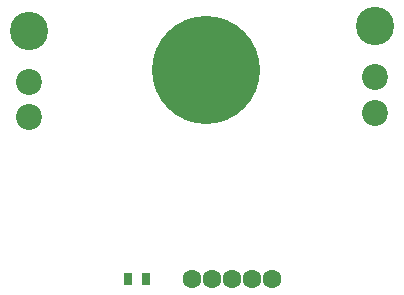
<source format=gts>
G04*
G04 #@! TF.GenerationSoftware,Altium Limited,Altium Designer,18.1.6 (161)*
G04*
G04 Layer_Color=8388736*
%FSLAX44Y44*%
%MOMM*%
G71*
G01*
G75*
%ADD12R,0.7000X1.0000*%
%ADD13C,9.1500*%
%ADD14C,1.6000*%
%ADD15C,2.2000*%
%ADD16C,3.2480*%
D12*
X336670Y1061720D02*
D03*
X351670D02*
D03*
D13*
X402590Y1238250D02*
D03*
D14*
X390670Y1061720D02*
D03*
X441670D02*
D03*
X458670D02*
D03*
X424670D02*
D03*
X407670D02*
D03*
D15*
X252730Y1198408D02*
D03*
Y1228380D02*
D03*
X546100Y1202218D02*
D03*
Y1232190D02*
D03*
D16*
X252730Y1271560D02*
D03*
X546100Y1275370D02*
D03*
M02*

</source>
